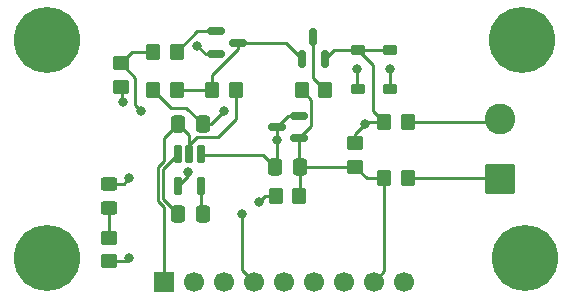
<source format=gbr>
%TF.GenerationSoftware,KiCad,Pcbnew,9.0.3*%
%TF.CreationDate,2025-12-07T20:25:51-06:00*%
%TF.ProjectId,VoltmeterFrontEnd_b,566f6c74-6d65-4746-9572-46726f6e7445,rev?*%
%TF.SameCoordinates,Original*%
%TF.FileFunction,Copper,L1,Top*%
%TF.FilePolarity,Positive*%
%FSLAX46Y46*%
G04 Gerber Fmt 4.6, Leading zero omitted, Abs format (unit mm)*
G04 Created by KiCad (PCBNEW 9.0.3) date 2025-12-07 20:25:51*
%MOMM*%
%LPD*%
G01*
G04 APERTURE LIST*
G04 Aperture macros list*
%AMRoundRect*
0 Rectangle with rounded corners*
0 $1 Rounding radius*
0 $2 $3 $4 $5 $6 $7 $8 $9 X,Y pos of 4 corners*
0 Add a 4 corners polygon primitive as box body*
4,1,4,$2,$3,$4,$5,$6,$7,$8,$9,$2,$3,0*
0 Add four circle primitives for the rounded corners*
1,1,$1+$1,$2,$3*
1,1,$1+$1,$4,$5*
1,1,$1+$1,$6,$7*
1,1,$1+$1,$8,$9*
0 Add four rect primitives between the rounded corners*
20,1,$1+$1,$2,$3,$4,$5,0*
20,1,$1+$1,$4,$5,$6,$7,0*
20,1,$1+$1,$6,$7,$8,$9,0*
20,1,$1+$1,$8,$9,$2,$3,0*%
G04 Aperture macros list end*
%TA.AperFunction,ComponentPad*%
%ADD10C,1.700000*%
%TD*%
%TA.AperFunction,ComponentPad*%
%ADD11R,1.700000X1.700000*%
%TD*%
%TA.AperFunction,ConnectorPad*%
%ADD12C,5.600000*%
%TD*%
%TA.AperFunction,ComponentPad*%
%ADD13C,3.600000*%
%TD*%
%TA.AperFunction,SMDPad,CuDef*%
%ADD14RoundRect,0.250000X-0.350000X-0.450000X0.350000X-0.450000X0.350000X0.450000X-0.350000X0.450000X0*%
%TD*%
%TA.AperFunction,SMDPad,CuDef*%
%ADD15RoundRect,0.250000X0.350000X0.450000X-0.350000X0.450000X-0.350000X-0.450000X0.350000X-0.450000X0*%
%TD*%
%TA.AperFunction,SMDPad,CuDef*%
%ADD16RoundRect,0.250000X0.450000X-0.350000X0.450000X0.350000X-0.450000X0.350000X-0.450000X-0.350000X0*%
%TD*%
%TA.AperFunction,SMDPad,CuDef*%
%ADD17RoundRect,0.150000X0.587500X0.150000X-0.587500X0.150000X-0.587500X-0.150000X0.587500X-0.150000X0*%
%TD*%
%TA.AperFunction,SMDPad,CuDef*%
%ADD18RoundRect,0.250000X-0.337500X-0.475000X0.337500X-0.475000X0.337500X0.475000X-0.337500X0.475000X0*%
%TD*%
%TA.AperFunction,SMDPad,CuDef*%
%ADD19RoundRect,0.162500X-0.162500X0.617500X-0.162500X-0.617500X0.162500X-0.617500X0.162500X0.617500X0*%
%TD*%
%TA.AperFunction,SMDPad,CuDef*%
%ADD20RoundRect,0.150000X-0.587500X-0.150000X0.587500X-0.150000X0.587500X0.150000X-0.587500X0.150000X0*%
%TD*%
%TA.AperFunction,SMDPad,CuDef*%
%ADD21RoundRect,0.225000X0.375000X-0.225000X0.375000X0.225000X-0.375000X0.225000X-0.375000X-0.225000X0*%
%TD*%
%TA.AperFunction,SMDPad,CuDef*%
%ADD22RoundRect,0.250000X0.337500X0.475000X-0.337500X0.475000X-0.337500X-0.475000X0.337500X-0.475000X0*%
%TD*%
%TA.AperFunction,ComponentPad*%
%ADD23RoundRect,0.250000X1.050000X-1.050000X1.050000X1.050000X-1.050000X1.050000X-1.050000X-1.050000X0*%
%TD*%
%TA.AperFunction,ComponentPad*%
%ADD24C,2.600000*%
%TD*%
%TA.AperFunction,SMDPad,CuDef*%
%ADD25RoundRect,0.225000X-0.375000X0.225000X-0.375000X-0.225000X0.375000X-0.225000X0.375000X0.225000X0*%
%TD*%
%TA.AperFunction,SMDPad,CuDef*%
%ADD26RoundRect,0.150000X0.150000X-0.587500X0.150000X0.587500X-0.150000X0.587500X-0.150000X-0.587500X0*%
%TD*%
%TA.AperFunction,SMDPad,CuDef*%
%ADD27RoundRect,0.250000X-0.450000X0.325000X-0.450000X-0.325000X0.450000X-0.325000X0.450000X0.325000X0*%
%TD*%
%TA.AperFunction,ViaPad*%
%ADD28C,0.800000*%
%TD*%
%TA.AperFunction,Conductor*%
%ADD29C,0.250000*%
%TD*%
G04 APERTURE END LIST*
D10*
%TO.P,J1,9,Pin_9*%
%TO.N,/ADC-1*%
X124250000Y-86000000D03*
%TO.P,J1,8,Pin_8*%
%TO.N,/V Ref to ADS-0*%
X121710000Y-86000000D03*
%TO.P,J1,7,Pin_7*%
%TO.N,unconnected-(J1-Pin_7-Pad7)*%
X119170000Y-86000000D03*
%TO.P,J1,6,Pin_6*%
%TO.N,unconnected-(J1-Pin_6-Pad6)*%
X116630000Y-86000000D03*
%TO.P,J1,5,Pin_5*%
%TO.N,unconnected-(J1-Pin_5-Pad5)*%
X114090000Y-86000000D03*
%TO.P,J1,4,Pin_4*%
%TO.N,MOSFET_Ctrl*%
X111550000Y-86000000D03*
%TO.P,J1,3,Pin_3*%
%TO.N,GND*%
X109010000Y-86000000D03*
%TO.P,J1,2,Pin_2*%
%TO.N,VDD*%
X106470000Y-86000000D03*
D11*
%TO.P,J1,1,Pin_1*%
%TO.N,+9V*%
X103930000Y-86000000D03*
%TD*%
D12*
%TO.P,H3,1*%
%TO.N,N/C*%
X134500000Y-84000000D03*
D13*
X134500000Y-84000000D03*
%TD*%
D12*
%TO.P,H4,1*%
%TO.N,N/C*%
X94000000Y-84000000D03*
D13*
X94000000Y-84000000D03*
%TD*%
D14*
%TO.P,R27,1*%
%TO.N,VDD*%
X113373500Y-78752000D03*
%TO.P,R27,2*%
%TO.N,/V Ref to ADS-0*%
X115373500Y-78752000D03*
%TD*%
D15*
%TO.P,R18,1*%
%TO.N,V_Input_REF*%
X124586000Y-77252000D03*
%TO.P,R18,2*%
%TO.N,/V Ref to ADS-0*%
X122586000Y-77252000D03*
%TD*%
D16*
%TO.P,R14,1*%
%TO.N,/V Ref to ADS-0*%
X120086000Y-76252000D03*
%TO.P,R14,2*%
%TO.N,/ADC-1*%
X120086000Y-74252000D03*
%TD*%
D17*
%TO.P,U10,1,K*%
%TO.N,/V Ref to ADS-0*%
X115356500Y-73830000D03*
%TO.P,U10,2,A*%
%TO.N,GND*%
X115356500Y-71930000D03*
%TO.P,U10,3,nc_(gnd)*%
X113481500Y-72880000D03*
%TD*%
D18*
%TO.P,C9,1*%
%TO.N,Net-(U7-C1-)*%
X105131000Y-80249940D03*
%TO.P,C9,2*%
%TO.N,Net-(U7-C1+)*%
X107206000Y-80249940D03*
%TD*%
D16*
%TO.P,R1,1*%
%TO.N,VDD*%
X99250000Y-84250000D03*
%TO.P,R1,2*%
%TO.N,Net-(D1-A)*%
X99250000Y-82250000D03*
%TD*%
D15*
%TO.P,R17,1*%
%TO.N,V_Input_Float*%
X124586000Y-72502000D03*
%TO.P,R17,2*%
%TO.N,/ADC-1*%
X122586000Y-72502000D03*
%TD*%
D14*
%TO.P,R7,1*%
%TO.N,MOSFET_Ctrl*%
X103000000Y-66500000D03*
%TO.P,R7,2*%
%TO.N,Net-(Q3-B)*%
X105000000Y-66500000D03*
%TD*%
D19*
%TO.P,U7,1,Gnd*%
%TO.N,GND*%
X107036000Y-75169940D03*
%TO.P,U7,2,Out*%
%TO.N,+9V*%
X106086000Y-75169940D03*
%TO.P,U7,3,C1-*%
%TO.N,Net-(U7-C1-)*%
X105136000Y-75169940D03*
%TO.P,U7,4,In*%
%TO.N,VDD*%
X105136000Y-77869940D03*
%TO.P,U7,5,C1+*%
%TO.N,Net-(U7-C1+)*%
X107036000Y-77869940D03*
%TD*%
D16*
%TO.P,R3,1*%
%TO.N,VDD*%
X100250000Y-69500000D03*
%TO.P,R3,2*%
%TO.N,MOSFET_Ctrl*%
X100250000Y-67500000D03*
%TD*%
D20*
%TO.P,Q3,1,B*%
%TO.N,Net-(Q3-B)*%
X108312500Y-64800000D03*
%TO.P,Q3,2,E*%
%TO.N,GND*%
X108312500Y-66700000D03*
%TO.P,Q3,3,C*%
%TO.N,/MOSFET_Gate*%
X110187500Y-65750000D03*
%TD*%
D14*
%TO.P,R12,1*%
%TO.N,GND*%
X103000000Y-69750000D03*
%TO.P,R12,2*%
%TO.N,/MOSFET_Gate*%
X105000000Y-69750000D03*
%TD*%
D21*
%TO.P,D4,1,K*%
%TO.N,VDD*%
X120336000Y-69652000D03*
%TO.P,D4,2,A*%
%TO.N,/ADC-1*%
X120336000Y-66352000D03*
%TD*%
D15*
%TO.P,R24,1*%
%TO.N,Net-(Q8-D)*%
X117586000Y-69752000D03*
%TO.P,R24,2*%
%TO.N,/V Ref to ADS-0*%
X115586000Y-69752000D03*
%TD*%
D22*
%TO.P,C10,1*%
%TO.N,GND*%
X107206000Y-72629940D03*
%TO.P,C10,2*%
%TO.N,+9V*%
X105131000Y-72629940D03*
%TD*%
D23*
%TO.P,J15,1,Pin_1*%
%TO.N,V_Input_REF*%
X132417500Y-77297000D03*
D24*
%TO.P,J15,2,Pin_2*%
%TO.N,V_Input_Float*%
X132417500Y-72217000D03*
%TD*%
D25*
%TO.P,D5,1,K*%
%TO.N,/ADC-1*%
X123086000Y-66352000D03*
%TO.P,D5,2,A*%
%TO.N,GND*%
X123086000Y-69652000D03*
%TD*%
D26*
%TO.P,Q8,1,G*%
%TO.N,/MOSFET_Gate*%
X115636000Y-67127000D03*
%TO.P,Q8,2,S*%
%TO.N,/ADC-1*%
X117536000Y-67127000D03*
%TO.P,Q8,3,D*%
%TO.N,Net-(Q8-D)*%
X116586000Y-65252000D03*
%TD*%
D14*
%TO.P,R8,1*%
%TO.N,/MOSFET_Gate*%
X108000000Y-69750000D03*
%TO.P,R8,2*%
%TO.N,+9V*%
X110000000Y-69750000D03*
%TD*%
D13*
%TO.P,H2,1*%
%TO.N,N/C*%
X134250000Y-65500000D03*
D12*
X134250000Y-65500000D03*
%TD*%
D27*
%TO.P,D1,1,K*%
%TO.N,GND*%
X99250000Y-77725000D03*
%TO.P,D1,2,A*%
%TO.N,Net-(D1-A)*%
X99250000Y-79775000D03*
%TD*%
D18*
%TO.P,C17,1*%
%TO.N,GND*%
X113336000Y-76252000D03*
%TO.P,C17,2*%
%TO.N,/V Ref to ADS-0*%
X115411000Y-76252000D03*
%TD*%
D13*
%TO.P,H1,1*%
%TO.N,N/C*%
X94000000Y-65500000D03*
D12*
X94000000Y-65500000D03*
%TD*%
D28*
%TO.N,VDD*%
X100500000Y-70750000D03*
X101000000Y-84000000D03*
%TO.N,GND*%
X101000000Y-77250000D03*
%TO.N,VDD*%
X120250000Y-68000000D03*
X112000000Y-79250000D03*
X106000000Y-76698843D03*
%TO.N,GND*%
X123086000Y-68000000D03*
X106750000Y-66000000D03*
X109000000Y-71500000D03*
X113481500Y-74002000D03*
%TO.N,/ADC-1*%
X120961000Y-72627000D03*
%TO.N,MOSFET_Ctrl*%
X102000000Y-71500000D03*
X110571000Y-80252000D03*
%TD*%
D29*
%TO.N,MOSFET_Ctrl*%
X102000000Y-71500000D02*
X101500000Y-71000000D01*
X101500000Y-71000000D02*
X101500000Y-68750000D01*
X101500000Y-68750000D02*
X100250000Y-67500000D01*
X101250000Y-66500000D02*
X100250000Y-67500000D01*
X103000000Y-66500000D02*
X101250000Y-66500000D01*
%TO.N,VDD*%
X100336000Y-70586000D02*
X100500000Y-70750000D01*
X100336000Y-69302000D02*
X100336000Y-70586000D01*
%TO.N,/V Ref to ADS-0*%
X122586000Y-85124000D02*
X121710000Y-86000000D01*
X122586000Y-77252000D02*
X122586000Y-85124000D01*
%TO.N,GND*%
X123086000Y-69652000D02*
X123086000Y-68000000D01*
%TO.N,VDD*%
X120250000Y-68000000D02*
X120250000Y-69566000D01*
X120250000Y-69566000D02*
X120336000Y-69652000D01*
%TO.N,+9V*%
X103410000Y-76258130D02*
X103930000Y-75738130D01*
X103930000Y-75738130D02*
X103930000Y-73830940D01*
X103930000Y-79686750D02*
X103410000Y-79166750D01*
X103410000Y-79166750D02*
X103410000Y-76258130D01*
X103930000Y-73830940D02*
X105131000Y-72629940D01*
X103930000Y-86000000D02*
X103930000Y-79686750D01*
%TO.N,MOSFET_Ctrl*%
X110571000Y-85021000D02*
X110571000Y-80252000D01*
X111550000Y-86000000D02*
X110571000Y-85021000D01*
%TO.N,VDD*%
X106000000Y-77005940D02*
X105136000Y-77869940D01*
X106000000Y-76698843D02*
X106000000Y-77005940D01*
X100750000Y-84250000D02*
X101000000Y-84000000D01*
X99250000Y-84250000D02*
X100750000Y-84250000D01*
%TO.N,GND*%
X100525000Y-77725000D02*
X101000000Y-77250000D01*
X99250000Y-77725000D02*
X100525000Y-77725000D01*
%TO.N,VDD*%
X112498000Y-78752000D02*
X112000000Y-79250000D01*
X113373500Y-78752000D02*
X112498000Y-78752000D01*
%TO.N,Net-(D1-A)*%
X99250000Y-82250000D02*
X99250000Y-79775000D01*
%TO.N,GND*%
X108312500Y-66700000D02*
X107450000Y-66700000D01*
X113481500Y-74002000D02*
X113481500Y-76106500D01*
X114431500Y-71930000D02*
X113481500Y-72880000D01*
X107870060Y-72629940D02*
X107206000Y-72629940D01*
X104500000Y-71250000D02*
X105826060Y-71250000D01*
X112346000Y-75262000D02*
X113336000Y-76252000D01*
X105826060Y-71250000D02*
X107206000Y-72629940D01*
X107128060Y-75262000D02*
X112346000Y-75262000D01*
X107450000Y-66700000D02*
X106750000Y-66000000D01*
X113481500Y-72880000D02*
X113481500Y-74002000D01*
X115356500Y-71930000D02*
X114431500Y-71930000D01*
X109000000Y-71500000D02*
X107870060Y-72629940D01*
X103000000Y-69750000D02*
X104500000Y-71250000D01*
%TO.N,+9V*%
X106086000Y-74389941D02*
X106725941Y-73750000D01*
X106725941Y-73750000D02*
X108500000Y-73750000D01*
X106086000Y-75169940D02*
X106086000Y-74389941D01*
X106086000Y-75169940D02*
X106086000Y-73584940D01*
X108500000Y-73750000D02*
X110000000Y-72250000D01*
X106086000Y-73584940D02*
X105131000Y-72629940D01*
X110000000Y-72250000D02*
X110000000Y-69750000D01*
%TO.N,V_Input_REF*%
X124586000Y-77252000D02*
X132708500Y-77252000D01*
%TO.N,V_Input_Float*%
X124586000Y-72502000D02*
X132468500Y-72502000D01*
%TO.N,Net-(U7-C1-)*%
X103861000Y-78979940D02*
X105131000Y-80249940D01*
X103861000Y-76444940D02*
X103861000Y-78979940D01*
X105136000Y-75169940D02*
X103861000Y-76444940D01*
%TO.N,Net-(U7-C1+)*%
X107036000Y-77869940D02*
X107036000Y-80079940D01*
%TO.N,/ADC-1*%
X121086000Y-72502000D02*
X122586000Y-72502000D01*
X120086000Y-74252000D02*
X120086000Y-73502000D01*
X121586000Y-71502000D02*
X121586000Y-67602000D01*
X122586000Y-72502000D02*
X121586000Y-71502000D01*
X121586000Y-67602000D02*
X120336000Y-66352000D01*
X123086000Y-66352000D02*
X120336000Y-66352000D01*
X120961000Y-72627000D02*
X121086000Y-72502000D01*
X120086000Y-73502000D02*
X120961000Y-72627000D01*
X120336000Y-66352000D02*
X118311000Y-66352000D01*
X118311000Y-66352000D02*
X117536000Y-67127000D01*
%TO.N,/V Ref to ADS-0*%
X115356500Y-73830000D02*
X115356500Y-76197500D01*
X115411000Y-76252000D02*
X120086000Y-76252000D01*
X115586000Y-69752000D02*
X116420000Y-70586000D01*
X116420000Y-72766500D02*
X115356500Y-73830000D01*
X115411000Y-76252000D02*
X115411000Y-78714500D01*
X121086000Y-77252000D02*
X120086000Y-76252000D01*
X122586000Y-77252000D02*
X121086000Y-77252000D01*
X116420000Y-70586000D02*
X116420000Y-72766500D01*
%TO.N,Net-(Q8-D)*%
X116586000Y-68752000D02*
X117586000Y-69752000D01*
X116586000Y-65252000D02*
X116586000Y-68752000D01*
%TO.N,Net-(Q3-B)*%
X108312500Y-64800000D02*
X106700000Y-64800000D01*
X106700000Y-64800000D02*
X105000000Y-66500000D01*
%TO.N,/MOSFET_Gate*%
X110187500Y-65750000D02*
X114259000Y-65750000D01*
X108000000Y-68500000D02*
X108000000Y-69750000D01*
X114259000Y-65750000D02*
X115636000Y-67127000D01*
X108000000Y-69750000D02*
X105000000Y-69750000D01*
X110187500Y-65750000D02*
X110187500Y-66312500D01*
X110187500Y-66312500D02*
X108000000Y-68500000D01*
%TD*%
M02*

</source>
